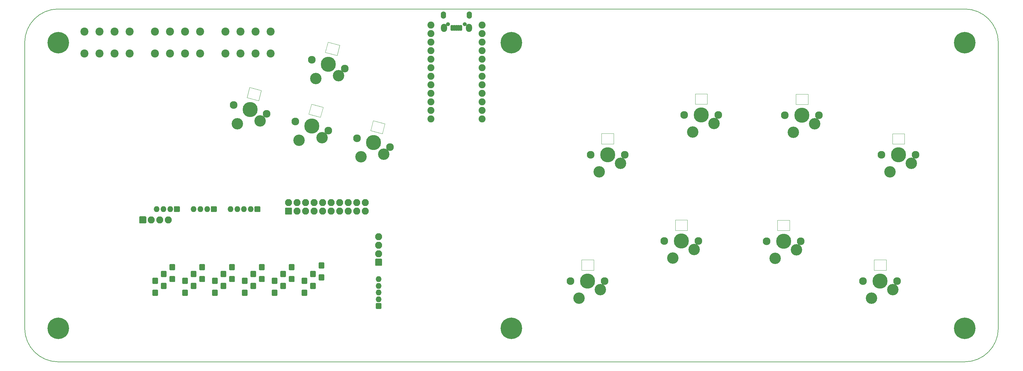
<source format=gbr>
G04 #@! TF.GenerationSoftware,KiCad,Pcbnew,(5.1.9)-1*
G04 #@! TF.CreationDate,2021-03-21T07:55:49-07:00*
G04 #@! TF.ProjectId,keefighter,6b656566-6967-4687-9465-722e6b696361,rev?*
G04 #@! TF.SameCoordinates,Original*
G04 #@! TF.FileFunction,Soldermask,Top*
G04 #@! TF.FilePolarity,Negative*
%FSLAX46Y46*%
G04 Gerber Fmt 4.6, Leading zero omitted, Abs format (unit mm)*
G04 Created by KiCad (PCBNEW (5.1.9)-1) date 2021-03-21 07:55:49*
%MOMM*%
%LPD*%
G01*
G04 APERTURE LIST*
G04 #@! TA.AperFunction,Profile*
%ADD10C,0.200000*%
G04 #@! TD*
G04 #@! TA.AperFunction,Profile*
%ADD11C,0.120000*%
G04 #@! TD*
%ADD12O,1.200000X1.200000*%
%ADD13O,1.550000X2.200000*%
%ADD14O,1.850000X2.400000*%
%ADD15C,2.400000*%
%ADD16C,4.500000*%
%ADD17C,2.300000*%
%ADD18C,3.400000*%
%ADD19C,6.400000*%
%ADD20O,1.750000X1.750000*%
%ADD21O,2.100000X2.100000*%
%ADD22C,2.082800*%
G04 APERTURE END LIST*
D10*
X357792882Y-173878972D02*
X357792883Y-88878972D01*
X77792883Y-183878972D02*
X347792883Y-183878972D01*
X347792883Y-78878972D02*
G75*
G02*
X357792883Y-88878972I0J-10000000D01*
G01*
X67792883Y-88878972D02*
X67792883Y-173878972D01*
X77792883Y-183878972D02*
G75*
G02*
X67792883Y-173878972I0J10000000D01*
G01*
X357792882Y-173878973D02*
G75*
G02*
X347792883Y-183878972I-9999999J0D01*
G01*
X67792883Y-88878972D02*
G75*
G02*
X77792883Y-78878972I10000000J0D01*
G01*
X347792883Y-78878972D02*
X77792883Y-78878972D01*
D11*
X239616508Y-119054772D02*
X239616508Y-115954772D01*
X239616508Y-115954772D02*
X243216508Y-115954772D01*
X243216508Y-115954772D02*
X243216508Y-119054772D01*
X243216508Y-119054772D02*
X239616508Y-119054772D01*
X157335369Y-91751934D02*
X158137708Y-88757564D01*
X158137708Y-88757564D02*
X161615041Y-89689312D01*
X161615041Y-89689312D02*
X160812702Y-92683682D01*
X160812702Y-92683682D02*
X157335369Y-91751934D01*
X137481312Y-106154066D02*
X134003979Y-105222318D01*
X138283651Y-103159696D02*
X137481312Y-106154066D01*
X134806318Y-102227948D02*
X138283651Y-103159696D01*
X134003979Y-105222318D02*
X134806318Y-102227948D01*
X174283086Y-116015072D02*
X170805753Y-115083324D01*
X175085425Y-113020702D02*
X174283086Y-116015072D01*
X171608092Y-112088954D02*
X175085425Y-113020702D01*
X170805753Y-115083324D02*
X171608092Y-112088954D01*
X233685241Y-156620616D02*
X233685241Y-153520616D01*
X233685241Y-153520616D02*
X237285241Y-153520616D01*
X237285241Y-153520616D02*
X237285241Y-156620616D01*
X237285241Y-156620616D02*
X233685241Y-156620616D01*
X265185746Y-144746433D02*
X261585746Y-144746433D01*
X265185746Y-141646433D02*
X265185746Y-144746433D01*
X261585746Y-141646433D02*
X265185746Y-141646433D01*
X261585746Y-144746433D02*
X261585746Y-141646433D01*
X295626194Y-144824564D02*
X292026194Y-144824564D01*
X295626194Y-141724564D02*
X295626194Y-144824564D01*
X292026194Y-141724564D02*
X295626194Y-141724564D01*
X292026194Y-144824564D02*
X292026194Y-141724564D01*
X324395820Y-156620461D02*
X320795820Y-156620461D01*
X324395820Y-153520461D02*
X324395820Y-156620461D01*
X320795820Y-153520461D02*
X324395820Y-153520461D01*
X320795820Y-156620461D02*
X320795820Y-153520461D01*
X326274618Y-119069621D02*
X326274618Y-115969621D01*
X326274618Y-115969621D02*
X329874618Y-115969621D01*
X329874618Y-115969621D02*
X329874618Y-119069621D01*
X329874618Y-119069621D02*
X326274618Y-119069621D01*
X301124162Y-107297086D02*
X297524162Y-107297086D01*
X301124162Y-104197086D02*
X301124162Y-107297086D01*
X297524162Y-104197086D02*
X301124162Y-104197086D01*
X297524162Y-107297086D02*
X297524162Y-104197086D01*
X267520580Y-107231339D02*
X267520580Y-104131339D01*
X267520580Y-104131339D02*
X271120580Y-104131339D01*
X271120580Y-104131339D02*
X271120580Y-107231339D01*
X271120580Y-107231339D02*
X267520580Y-107231339D01*
X152404866Y-110152821D02*
X153207205Y-107158451D01*
X153207205Y-107158451D02*
X156684538Y-108090199D01*
X156684538Y-108090199D02*
X155882199Y-111084569D01*
X155882199Y-111084569D02*
X152404866Y-110152821D01*
D12*
X193880000Y-83410000D03*
X198880000Y-83410000D03*
D13*
X192505000Y-80660000D03*
X200255000Y-80660000D03*
D14*
X192655000Y-84460000D03*
X200105000Y-84460000D03*
G36*
G01*
X195505000Y-83860000D02*
X195505000Y-85160000D01*
G75*
G02*
X195305000Y-85360000I-200000J0D01*
G01*
X194855000Y-85360000D01*
G75*
G02*
X194655000Y-85160000I0J200000D01*
G01*
X194655000Y-83860000D01*
G75*
G02*
X194855000Y-83660000I200000J0D01*
G01*
X195305000Y-83660000D01*
G75*
G02*
X195505000Y-83860000I0J-200000D01*
G01*
G37*
G36*
G01*
X196155000Y-83860000D02*
X196155000Y-85160000D01*
G75*
G02*
X195955000Y-85360000I-200000J0D01*
G01*
X195505000Y-85360000D01*
G75*
G02*
X195305000Y-85160000I0J200000D01*
G01*
X195305000Y-83860000D01*
G75*
G02*
X195505000Y-83660000I200000J0D01*
G01*
X195955000Y-83660000D01*
G75*
G02*
X196155000Y-83860000I0J-200000D01*
G01*
G37*
G36*
G01*
X196805000Y-83860000D02*
X196805000Y-85160000D01*
G75*
G02*
X196605000Y-85360000I-200000J0D01*
G01*
X196155000Y-85360000D01*
G75*
G02*
X195955000Y-85160000I0J200000D01*
G01*
X195955000Y-83860000D01*
G75*
G02*
X196155000Y-83660000I200000J0D01*
G01*
X196605000Y-83660000D01*
G75*
G02*
X196805000Y-83860000I0J-200000D01*
G01*
G37*
G36*
G01*
X197455000Y-83860000D02*
X197455000Y-85160000D01*
G75*
G02*
X197255000Y-85360000I-200000J0D01*
G01*
X196805000Y-85360000D01*
G75*
G02*
X196605000Y-85160000I0J200000D01*
G01*
X196605000Y-83860000D01*
G75*
G02*
X196805000Y-83660000I200000J0D01*
G01*
X197255000Y-83660000D01*
G75*
G02*
X197455000Y-83860000I0J-200000D01*
G01*
G37*
G36*
G01*
X198105000Y-83860000D02*
X198105000Y-85160000D01*
G75*
G02*
X197905000Y-85360000I-200000J0D01*
G01*
X197455000Y-85360000D01*
G75*
G02*
X197255000Y-85160000I0J200000D01*
G01*
X197255000Y-83860000D01*
G75*
G02*
X197455000Y-83660000I200000J0D01*
G01*
X197905000Y-83660000D01*
G75*
G02*
X198105000Y-83860000I0J-200000D01*
G01*
G37*
D15*
X85542883Y-85628972D03*
X90042883Y-85628972D03*
X85542883Y-92128972D03*
X90042883Y-92128972D03*
D16*
X134914425Y-108779155D03*
D17*
X130007522Y-107464354D03*
X139821328Y-110093956D03*
D18*
X137937202Y-112218707D03*
X131146173Y-113028658D03*
X149547060Y-117959161D03*
X156338089Y-117149210D03*
D17*
X158222215Y-115024459D03*
X148408409Y-112394857D03*
D16*
X153315312Y-113709658D03*
D18*
X154477562Y-99558274D03*
X161268591Y-98748323D03*
D17*
X163152717Y-96623572D03*
X153338911Y-93993970D03*
D16*
X158245814Y-95308771D03*
D18*
X167947946Y-122889663D03*
X174738975Y-122079712D03*
D17*
X176623101Y-119954961D03*
X166809295Y-117325359D03*
D16*
X171716198Y-118640160D03*
D18*
X238876508Y-127334772D03*
X245226508Y-124794772D03*
D17*
X246496508Y-122254772D03*
X236336508Y-122254772D03*
D16*
X241416508Y-122254772D03*
D18*
X266780580Y-115511339D03*
X273130580Y-112971339D03*
D17*
X274400580Y-110431339D03*
X264240580Y-110431339D03*
D16*
X269320580Y-110431339D03*
X299324162Y-110497086D03*
D17*
X294244162Y-110497086D03*
X304404162Y-110497086D03*
D18*
X303134162Y-113037086D03*
X296784162Y-115577086D03*
D16*
X328074618Y-122269621D03*
D17*
X322994618Y-122269621D03*
X333154618Y-122269621D03*
D18*
X331884618Y-124809621D03*
X325534618Y-127349621D03*
D16*
X322595820Y-159820461D03*
D17*
X317515820Y-159820461D03*
X327675820Y-159820461D03*
D18*
X326405820Y-162360461D03*
X320055820Y-164900461D03*
D16*
X293826194Y-148024564D03*
D17*
X288746194Y-148024564D03*
X298906194Y-148024564D03*
D18*
X297636194Y-150564564D03*
X291286194Y-153104564D03*
D16*
X235485241Y-159820616D03*
D17*
X230405241Y-159820616D03*
X240565241Y-159820616D03*
D18*
X239295241Y-162360616D03*
X232945241Y-164900616D03*
D16*
X263385746Y-147946433D03*
D17*
X258305746Y-147946433D03*
X268465746Y-147946433D03*
D18*
X267195746Y-150486433D03*
X260845746Y-153026433D03*
D15*
X99042883Y-92128972D03*
X94542883Y-92128972D03*
X99042883Y-85628972D03*
X94542883Y-85628972D03*
X111042883Y-92128973D03*
X106542883Y-92128973D03*
X111042883Y-85628973D03*
X106542883Y-85628973D03*
X120042883Y-92128972D03*
X115542883Y-92128972D03*
X120042883Y-85628972D03*
X115542883Y-85628972D03*
X132042883Y-92128973D03*
X127542883Y-92128973D03*
X132042883Y-85628973D03*
X127542883Y-85628973D03*
X141042884Y-92128972D03*
X136542884Y-92128972D03*
X141042884Y-85628972D03*
X136542884Y-85628972D03*
D19*
X77792883Y-173878972D03*
X347792882Y-88878972D03*
X347792882Y-173878972D03*
X77792883Y-88878972D03*
X212792882Y-88878972D03*
X212792882Y-173878973D03*
G36*
G01*
X107330000Y-160680000D02*
X106030000Y-160680000D01*
G75*
G02*
X105830000Y-160480000I0J200000D01*
G01*
X105830000Y-159080000D01*
G75*
G02*
X106030000Y-158880000I200000J0D01*
G01*
X107330000Y-158880000D01*
G75*
G02*
X107530000Y-159080000I0J-200000D01*
G01*
X107530000Y-160480000D01*
G75*
G02*
X107330000Y-160680000I-200000J0D01*
G01*
G37*
G36*
G01*
X107330000Y-164230000D02*
X106030000Y-164230000D01*
G75*
G02*
X105830000Y-164030000I0J200000D01*
G01*
X105830000Y-162630000D01*
G75*
G02*
X106030000Y-162430000I200000J0D01*
G01*
X107330000Y-162430000D01*
G75*
G02*
X107530000Y-162630000I0J-200000D01*
G01*
X107530000Y-164030000D01*
G75*
G02*
X107330000Y-164230000I-200000J0D01*
G01*
G37*
G36*
G01*
X174094169Y-166582048D02*
X174094169Y-167932048D01*
G75*
G02*
X173894169Y-168132048I-200000J0D01*
G01*
X172544169Y-168132048D01*
G75*
G02*
X172344169Y-167932048I0J200000D01*
G01*
X172344169Y-166582048D01*
G75*
G02*
X172544169Y-166382048I200000J0D01*
G01*
X173894169Y-166382048D01*
G75*
G02*
X174094169Y-166582048I0J-200000D01*
G01*
G37*
D20*
X173219169Y-165257048D03*
X173219169Y-163257048D03*
X173219169Y-161257048D03*
X173219169Y-159257048D03*
X118122059Y-138437007D03*
X120122059Y-138437007D03*
X122122059Y-138437007D03*
G36*
G01*
X123447059Y-137562007D02*
X124797059Y-137562007D01*
G75*
G02*
X124997059Y-137762007I0J-200000D01*
G01*
X124997059Y-139112007D01*
G75*
G02*
X124797059Y-139312007I-200000J0D01*
G01*
X123447059Y-139312007D01*
G75*
G02*
X123247059Y-139112007I0J200000D01*
G01*
X123247059Y-137762007D01*
G75*
G02*
X123447059Y-137562007I200000J0D01*
G01*
G37*
G36*
G01*
X103815044Y-142691073D02*
X102115044Y-142691073D01*
G75*
G02*
X101915044Y-142491073I0J200000D01*
G01*
X101915044Y-140791073D01*
G75*
G02*
X102115044Y-140591073I200000J0D01*
G01*
X103815044Y-140591073D01*
G75*
G02*
X104015044Y-140791073I0J-200000D01*
G01*
X104015044Y-142491073D01*
G75*
G02*
X103815044Y-142691073I-200000J0D01*
G01*
G37*
D21*
X105505044Y-141641073D03*
X108045044Y-141641073D03*
X110585044Y-141641073D03*
G36*
G01*
X174261109Y-153407023D02*
X174261109Y-155107023D01*
G75*
G02*
X174061109Y-155307023I-200000J0D01*
G01*
X172361109Y-155307023D01*
G75*
G02*
X172161109Y-155107023I0J200000D01*
G01*
X172161109Y-153407023D01*
G75*
G02*
X172361109Y-153207023I200000J0D01*
G01*
X174061109Y-153207023D01*
G75*
G02*
X174261109Y-153407023I0J-200000D01*
G01*
G37*
X173211109Y-151717023D03*
X173211109Y-149177023D03*
X173211109Y-146637023D03*
X169235116Y-136491003D03*
X169235116Y-139031003D03*
X166695116Y-136491003D03*
X166695116Y-139031003D03*
X164155116Y-136491003D03*
X164155116Y-139031003D03*
X161615116Y-136491003D03*
X161615116Y-139031003D03*
X159075116Y-136491003D03*
X159075116Y-139031003D03*
X156535116Y-136491003D03*
X156535116Y-139031003D03*
X153995116Y-136491003D03*
X153995116Y-139031003D03*
X151455116Y-136491003D03*
X151455116Y-139031003D03*
X148915116Y-136491003D03*
X148915116Y-139031003D03*
X146375116Y-136491003D03*
G36*
G01*
X147225116Y-140081003D02*
X145525116Y-140081003D01*
G75*
G02*
X145325116Y-139881003I0J200000D01*
G01*
X145325116Y-138181003D01*
G75*
G02*
X145525116Y-137981003I200000J0D01*
G01*
X147225116Y-137981003D01*
G75*
G02*
X147425116Y-138181003I0J-200000D01*
G01*
X147425116Y-139881003D01*
G75*
G02*
X147225116Y-140081003I-200000J0D01*
G01*
G37*
D20*
X107122059Y-138437007D03*
X109122059Y-138437007D03*
X111122059Y-138437007D03*
G36*
G01*
X112447059Y-137562007D02*
X113797059Y-137562007D01*
G75*
G02*
X113997059Y-137762007I0J-200000D01*
G01*
X113997059Y-139112007D01*
G75*
G02*
X113797059Y-139312007I-200000J0D01*
G01*
X112447059Y-139312007D01*
G75*
G02*
X112247059Y-139112007I0J200000D01*
G01*
X112247059Y-137762007D01*
G75*
G02*
X112447059Y-137562007I200000J0D01*
G01*
G37*
G36*
G01*
X136447081Y-137562007D02*
X137797081Y-137562007D01*
G75*
G02*
X137997081Y-137762007I0J-200000D01*
G01*
X137997081Y-139112007D01*
G75*
G02*
X137797081Y-139312007I-200000J0D01*
G01*
X136447081Y-139312007D01*
G75*
G02*
X136247081Y-139112007I0J200000D01*
G01*
X136247081Y-137762007D01*
G75*
G02*
X136447081Y-137562007I200000J0D01*
G01*
G37*
X135122081Y-138437007D03*
X133122081Y-138437007D03*
X131122081Y-138437007D03*
X129122081Y-138437007D03*
G36*
G01*
X109870000Y-162190000D02*
X108570000Y-162190000D01*
G75*
G02*
X108370000Y-161990000I0J200000D01*
G01*
X108370000Y-160590000D01*
G75*
G02*
X108570000Y-160390000I200000J0D01*
G01*
X109870000Y-160390000D01*
G75*
G02*
X110070000Y-160590000I0J-200000D01*
G01*
X110070000Y-161990000D01*
G75*
G02*
X109870000Y-162190000I-200000J0D01*
G01*
G37*
G36*
G01*
X109870000Y-158640000D02*
X108570000Y-158640000D01*
G75*
G02*
X108370000Y-158440000I0J200000D01*
G01*
X108370000Y-157040000D01*
G75*
G02*
X108570000Y-156840000I200000J0D01*
G01*
X109870000Y-156840000D01*
G75*
G02*
X110070000Y-157040000I0J-200000D01*
G01*
X110070000Y-158440000D01*
G75*
G02*
X109870000Y-158640000I-200000J0D01*
G01*
G37*
G36*
G01*
X112410000Y-160150000D02*
X111110000Y-160150000D01*
G75*
G02*
X110910000Y-159950000I0J200000D01*
G01*
X110910000Y-158550000D01*
G75*
G02*
X111110000Y-158350000I200000J0D01*
G01*
X112410000Y-158350000D01*
G75*
G02*
X112610000Y-158550000I0J-200000D01*
G01*
X112610000Y-159950000D01*
G75*
G02*
X112410000Y-160150000I-200000J0D01*
G01*
G37*
G36*
G01*
X112410000Y-156600000D02*
X111110000Y-156600000D01*
G75*
G02*
X110910000Y-156400000I0J200000D01*
G01*
X110910000Y-155000000D01*
G75*
G02*
X111110000Y-154800000I200000J0D01*
G01*
X112410000Y-154800000D01*
G75*
G02*
X112610000Y-155000000I0J-200000D01*
G01*
X112610000Y-156400000D01*
G75*
G02*
X112410000Y-156600000I-200000J0D01*
G01*
G37*
G36*
G01*
X116220000Y-164230000D02*
X114920000Y-164230000D01*
G75*
G02*
X114720000Y-164030000I0J200000D01*
G01*
X114720000Y-162630000D01*
G75*
G02*
X114920000Y-162430000I200000J0D01*
G01*
X116220000Y-162430000D01*
G75*
G02*
X116420000Y-162630000I0J-200000D01*
G01*
X116420000Y-164030000D01*
G75*
G02*
X116220000Y-164230000I-200000J0D01*
G01*
G37*
G36*
G01*
X116220000Y-160680000D02*
X114920000Y-160680000D01*
G75*
G02*
X114720000Y-160480000I0J200000D01*
G01*
X114720000Y-159080000D01*
G75*
G02*
X114920000Y-158880000I200000J0D01*
G01*
X116220000Y-158880000D01*
G75*
G02*
X116420000Y-159080000I0J-200000D01*
G01*
X116420000Y-160480000D01*
G75*
G02*
X116220000Y-160680000I-200000J0D01*
G01*
G37*
G36*
G01*
X121300000Y-156600000D02*
X120000000Y-156600000D01*
G75*
G02*
X119800000Y-156400000I0J200000D01*
G01*
X119800000Y-155000000D01*
G75*
G02*
X120000000Y-154800000I200000J0D01*
G01*
X121300000Y-154800000D01*
G75*
G02*
X121500000Y-155000000I0J-200000D01*
G01*
X121500000Y-156400000D01*
G75*
G02*
X121300000Y-156600000I-200000J0D01*
G01*
G37*
G36*
G01*
X121300000Y-160150000D02*
X120000000Y-160150000D01*
G75*
G02*
X119800000Y-159950000I0J200000D01*
G01*
X119800000Y-158550000D01*
G75*
G02*
X120000000Y-158350000I200000J0D01*
G01*
X121300000Y-158350000D01*
G75*
G02*
X121500000Y-158550000I0J-200000D01*
G01*
X121500000Y-159950000D01*
G75*
G02*
X121300000Y-160150000I-200000J0D01*
G01*
G37*
G36*
G01*
X118760000Y-158640000D02*
X117460000Y-158640000D01*
G75*
G02*
X117260000Y-158440000I0J200000D01*
G01*
X117260000Y-157040000D01*
G75*
G02*
X117460000Y-156840000I200000J0D01*
G01*
X118760000Y-156840000D01*
G75*
G02*
X118960000Y-157040000I0J-200000D01*
G01*
X118960000Y-158440000D01*
G75*
G02*
X118760000Y-158640000I-200000J0D01*
G01*
G37*
G36*
G01*
X118760000Y-162190000D02*
X117460000Y-162190000D01*
G75*
G02*
X117260000Y-161990000I0J200000D01*
G01*
X117260000Y-160590000D01*
G75*
G02*
X117460000Y-160390000I200000J0D01*
G01*
X118760000Y-160390000D01*
G75*
G02*
X118960000Y-160590000I0J-200000D01*
G01*
X118960000Y-161990000D01*
G75*
G02*
X118760000Y-162190000I-200000J0D01*
G01*
G37*
G36*
G01*
X125110000Y-164230000D02*
X123810000Y-164230000D01*
G75*
G02*
X123610000Y-164030000I0J200000D01*
G01*
X123610000Y-162630000D01*
G75*
G02*
X123810000Y-162430000I200000J0D01*
G01*
X125110000Y-162430000D01*
G75*
G02*
X125310000Y-162630000I0J-200000D01*
G01*
X125310000Y-164030000D01*
G75*
G02*
X125110000Y-164230000I-200000J0D01*
G01*
G37*
G36*
G01*
X125110000Y-160680000D02*
X123810000Y-160680000D01*
G75*
G02*
X123610000Y-160480000I0J200000D01*
G01*
X123610000Y-159080000D01*
G75*
G02*
X123810000Y-158880000I200000J0D01*
G01*
X125110000Y-158880000D01*
G75*
G02*
X125310000Y-159080000I0J-200000D01*
G01*
X125310000Y-160480000D01*
G75*
G02*
X125110000Y-160680000I-200000J0D01*
G01*
G37*
G36*
G01*
X130190000Y-156600000D02*
X128890000Y-156600000D01*
G75*
G02*
X128690000Y-156400000I0J200000D01*
G01*
X128690000Y-155000000D01*
G75*
G02*
X128890000Y-154800000I200000J0D01*
G01*
X130190000Y-154800000D01*
G75*
G02*
X130390000Y-155000000I0J-200000D01*
G01*
X130390000Y-156400000D01*
G75*
G02*
X130190000Y-156600000I-200000J0D01*
G01*
G37*
G36*
G01*
X130190000Y-160150000D02*
X128890000Y-160150000D01*
G75*
G02*
X128690000Y-159950000I0J200000D01*
G01*
X128690000Y-158550000D01*
G75*
G02*
X128890000Y-158350000I200000J0D01*
G01*
X130190000Y-158350000D01*
G75*
G02*
X130390000Y-158550000I0J-200000D01*
G01*
X130390000Y-159950000D01*
G75*
G02*
X130190000Y-160150000I-200000J0D01*
G01*
G37*
G36*
G01*
X127650000Y-158640000D02*
X126350000Y-158640000D01*
G75*
G02*
X126150000Y-158440000I0J200000D01*
G01*
X126150000Y-157040000D01*
G75*
G02*
X126350000Y-156840000I200000J0D01*
G01*
X127650000Y-156840000D01*
G75*
G02*
X127850000Y-157040000I0J-200000D01*
G01*
X127850000Y-158440000D01*
G75*
G02*
X127650000Y-158640000I-200000J0D01*
G01*
G37*
G36*
G01*
X127650000Y-162190000D02*
X126350000Y-162190000D01*
G75*
G02*
X126150000Y-161990000I0J200000D01*
G01*
X126150000Y-160590000D01*
G75*
G02*
X126350000Y-160390000I200000J0D01*
G01*
X127650000Y-160390000D01*
G75*
G02*
X127850000Y-160590000I0J-200000D01*
G01*
X127850000Y-161990000D01*
G75*
G02*
X127650000Y-162190000I-200000J0D01*
G01*
G37*
G36*
G01*
X134000000Y-164230000D02*
X132700000Y-164230000D01*
G75*
G02*
X132500000Y-164030000I0J200000D01*
G01*
X132500000Y-162630000D01*
G75*
G02*
X132700000Y-162430000I200000J0D01*
G01*
X134000000Y-162430000D01*
G75*
G02*
X134200000Y-162630000I0J-200000D01*
G01*
X134200000Y-164030000D01*
G75*
G02*
X134000000Y-164230000I-200000J0D01*
G01*
G37*
G36*
G01*
X134000000Y-160680000D02*
X132700000Y-160680000D01*
G75*
G02*
X132500000Y-160480000I0J200000D01*
G01*
X132500000Y-159080000D01*
G75*
G02*
X132700000Y-158880000I200000J0D01*
G01*
X134000000Y-158880000D01*
G75*
G02*
X134200000Y-159080000I0J-200000D01*
G01*
X134200000Y-160480000D01*
G75*
G02*
X134000000Y-160680000I-200000J0D01*
G01*
G37*
G36*
G01*
X139080000Y-156600000D02*
X137780000Y-156600000D01*
G75*
G02*
X137580000Y-156400000I0J200000D01*
G01*
X137580000Y-155000000D01*
G75*
G02*
X137780000Y-154800000I200000J0D01*
G01*
X139080000Y-154800000D01*
G75*
G02*
X139280000Y-155000000I0J-200000D01*
G01*
X139280000Y-156400000D01*
G75*
G02*
X139080000Y-156600000I-200000J0D01*
G01*
G37*
G36*
G01*
X139080000Y-160150000D02*
X137780000Y-160150000D01*
G75*
G02*
X137580000Y-159950000I0J200000D01*
G01*
X137580000Y-158550000D01*
G75*
G02*
X137780000Y-158350000I200000J0D01*
G01*
X139080000Y-158350000D01*
G75*
G02*
X139280000Y-158550000I0J-200000D01*
G01*
X139280000Y-159950000D01*
G75*
G02*
X139080000Y-160150000I-200000J0D01*
G01*
G37*
G36*
G01*
X136540000Y-158640000D02*
X135240000Y-158640000D01*
G75*
G02*
X135040000Y-158440000I0J200000D01*
G01*
X135040000Y-157040000D01*
G75*
G02*
X135240000Y-156840000I200000J0D01*
G01*
X136540000Y-156840000D01*
G75*
G02*
X136740000Y-157040000I0J-200000D01*
G01*
X136740000Y-158440000D01*
G75*
G02*
X136540000Y-158640000I-200000J0D01*
G01*
G37*
G36*
G01*
X136540000Y-162190000D02*
X135240000Y-162190000D01*
G75*
G02*
X135040000Y-161990000I0J200000D01*
G01*
X135040000Y-160590000D01*
G75*
G02*
X135240000Y-160390000I200000J0D01*
G01*
X136540000Y-160390000D01*
G75*
G02*
X136740000Y-160590000I0J-200000D01*
G01*
X136740000Y-161990000D01*
G75*
G02*
X136540000Y-162190000I-200000J0D01*
G01*
G37*
G36*
G01*
X142890000Y-164230000D02*
X141590000Y-164230000D01*
G75*
G02*
X141390000Y-164030000I0J200000D01*
G01*
X141390000Y-162630000D01*
G75*
G02*
X141590000Y-162430000I200000J0D01*
G01*
X142890000Y-162430000D01*
G75*
G02*
X143090000Y-162630000I0J-200000D01*
G01*
X143090000Y-164030000D01*
G75*
G02*
X142890000Y-164230000I-200000J0D01*
G01*
G37*
G36*
G01*
X142890000Y-160680000D02*
X141590000Y-160680000D01*
G75*
G02*
X141390000Y-160480000I0J200000D01*
G01*
X141390000Y-159080000D01*
G75*
G02*
X141590000Y-158880000I200000J0D01*
G01*
X142890000Y-158880000D01*
G75*
G02*
X143090000Y-159080000I0J-200000D01*
G01*
X143090000Y-160480000D01*
G75*
G02*
X142890000Y-160680000I-200000J0D01*
G01*
G37*
G36*
G01*
X147970000Y-156600000D02*
X146670000Y-156600000D01*
G75*
G02*
X146470000Y-156400000I0J200000D01*
G01*
X146470000Y-155000000D01*
G75*
G02*
X146670000Y-154800000I200000J0D01*
G01*
X147970000Y-154800000D01*
G75*
G02*
X148170000Y-155000000I0J-200000D01*
G01*
X148170000Y-156400000D01*
G75*
G02*
X147970000Y-156600000I-200000J0D01*
G01*
G37*
G36*
G01*
X147970000Y-160150000D02*
X146670000Y-160150000D01*
G75*
G02*
X146470000Y-159950000I0J200000D01*
G01*
X146470000Y-158550000D01*
G75*
G02*
X146670000Y-158350000I200000J0D01*
G01*
X147970000Y-158350000D01*
G75*
G02*
X148170000Y-158550000I0J-200000D01*
G01*
X148170000Y-159950000D01*
G75*
G02*
X147970000Y-160150000I-200000J0D01*
G01*
G37*
G36*
G01*
X145430000Y-158640000D02*
X144130000Y-158640000D01*
G75*
G02*
X143930000Y-158440000I0J200000D01*
G01*
X143930000Y-157040000D01*
G75*
G02*
X144130000Y-156840000I200000J0D01*
G01*
X145430000Y-156840000D01*
G75*
G02*
X145630000Y-157040000I0J-200000D01*
G01*
X145630000Y-158440000D01*
G75*
G02*
X145430000Y-158640000I-200000J0D01*
G01*
G37*
G36*
G01*
X145430000Y-162190000D02*
X144130000Y-162190000D01*
G75*
G02*
X143930000Y-161990000I0J200000D01*
G01*
X143930000Y-160590000D01*
G75*
G02*
X144130000Y-160390000I200000J0D01*
G01*
X145430000Y-160390000D01*
G75*
G02*
X145630000Y-160590000I0J-200000D01*
G01*
X145630000Y-161990000D01*
G75*
G02*
X145430000Y-162190000I-200000J0D01*
G01*
G37*
G36*
G01*
X151780000Y-164230000D02*
X150480000Y-164230000D01*
G75*
G02*
X150280000Y-164030000I0J200000D01*
G01*
X150280000Y-162630000D01*
G75*
G02*
X150480000Y-162430000I200000J0D01*
G01*
X151780000Y-162430000D01*
G75*
G02*
X151980000Y-162630000I0J-200000D01*
G01*
X151980000Y-164030000D01*
G75*
G02*
X151780000Y-164230000I-200000J0D01*
G01*
G37*
G36*
G01*
X151780000Y-160680000D02*
X150480000Y-160680000D01*
G75*
G02*
X150280000Y-160480000I0J200000D01*
G01*
X150280000Y-159080000D01*
G75*
G02*
X150480000Y-158880000I200000J0D01*
G01*
X151780000Y-158880000D01*
G75*
G02*
X151980000Y-159080000I0J-200000D01*
G01*
X151980000Y-160480000D01*
G75*
G02*
X151780000Y-160680000I-200000J0D01*
G01*
G37*
G36*
G01*
X156860000Y-156100000D02*
X155560000Y-156100000D01*
G75*
G02*
X155360000Y-155900000I0J200000D01*
G01*
X155360000Y-154500000D01*
G75*
G02*
X155560000Y-154300000I200000J0D01*
G01*
X156860000Y-154300000D01*
G75*
G02*
X157060000Y-154500000I0J-200000D01*
G01*
X157060000Y-155900000D01*
G75*
G02*
X156860000Y-156100000I-200000J0D01*
G01*
G37*
G36*
G01*
X156860000Y-159650000D02*
X155560000Y-159650000D01*
G75*
G02*
X155360000Y-159450000I0J200000D01*
G01*
X155360000Y-158050000D01*
G75*
G02*
X155560000Y-157850000I200000J0D01*
G01*
X156860000Y-157850000D01*
G75*
G02*
X157060000Y-158050000I0J-200000D01*
G01*
X157060000Y-159450000D01*
G75*
G02*
X156860000Y-159650000I-200000J0D01*
G01*
G37*
G36*
G01*
X154320000Y-158640000D02*
X153020000Y-158640000D01*
G75*
G02*
X152820000Y-158440000I0J200000D01*
G01*
X152820000Y-157040000D01*
G75*
G02*
X153020000Y-156840000I200000J0D01*
G01*
X154320000Y-156840000D01*
G75*
G02*
X154520000Y-157040000I0J-200000D01*
G01*
X154520000Y-158440000D01*
G75*
G02*
X154320000Y-158640000I-200000J0D01*
G01*
G37*
G36*
G01*
X154320000Y-162190000D02*
X153020000Y-162190000D01*
G75*
G02*
X152820000Y-161990000I0J200000D01*
G01*
X152820000Y-160590000D01*
G75*
G02*
X153020000Y-160390000I200000J0D01*
G01*
X154320000Y-160390000D01*
G75*
G02*
X154520000Y-160590000I0J-200000D01*
G01*
X154520000Y-161990000D01*
G75*
G02*
X154320000Y-162190000I-200000J0D01*
G01*
G37*
D22*
X188754298Y-83628610D03*
X188754298Y-86168610D03*
X188754298Y-88708610D03*
X188754298Y-91248610D03*
X188754298Y-93788610D03*
X188754298Y-96328610D03*
X188754298Y-98868610D03*
X188754298Y-101408610D03*
X188754298Y-103948610D03*
X188754298Y-106488610D03*
X188754298Y-109028610D03*
X188754298Y-111568610D03*
X203994298Y-111568610D03*
X203994298Y-109028610D03*
X203994298Y-106488610D03*
X203994298Y-103948610D03*
X203994298Y-101408610D03*
X203994298Y-98868610D03*
X203994298Y-96328610D03*
X203994298Y-93788610D03*
X203994298Y-91248610D03*
X203994298Y-88708610D03*
X203994298Y-86168610D03*
X203994298Y-83628610D03*
M02*

</source>
